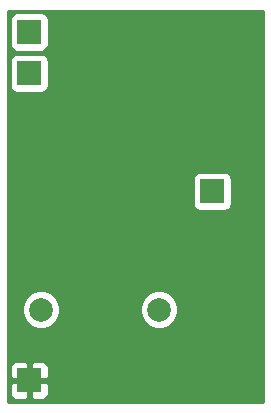
<source format=gbr>
G04 #@! TF.FileFunction,Copper,L2,Bot,Signal*
%FSLAX46Y46*%
G04 Gerber Fmt 4.6, Leading zero omitted, Abs format (unit mm)*
G04 Created by KiCad (PCBNEW 4.0.2-4+6225~38~ubuntu14.04.1-stable) date Fri 29 Apr 2016 12:46:25 PM PDT*
%MOMM*%
G01*
G04 APERTURE LIST*
%ADD10C,0.100000*%
%ADD11R,2.032000X2.032000*%
%ADD12C,2.000000*%
%ADD13C,0.600000*%
%ADD14C,0.250000*%
G04 APERTURE END LIST*
D10*
D11*
X131000000Y-101500000D03*
X146500000Y-111500000D03*
X131000000Y-98000000D03*
X131000000Y-127500000D03*
D12*
X142000000Y-121500000D03*
X132000000Y-121500000D03*
D13*
X139000000Y-119500000D03*
X150000000Y-128500000D03*
X143500000Y-105000000D03*
X135000000Y-97000000D03*
X150000000Y-97000000D03*
X137500000Y-102000000D03*
X144500000Y-101000000D03*
X139000000Y-108500000D03*
X143000000Y-107500000D03*
X133500000Y-117500000D03*
X132000000Y-125000000D03*
X130000000Y-125000000D03*
X131000000Y-125000000D03*
D14*
X139000000Y-128500000D02*
X139000000Y-119500000D01*
X150000000Y-105000000D02*
X150000000Y-128500000D01*
X135500000Y-127500000D02*
X136500000Y-128500000D01*
X136500000Y-128500000D02*
X139000000Y-128500000D01*
X139000000Y-128500000D02*
X150000000Y-128500000D01*
X135500000Y-127500000D02*
X131000000Y-127500000D01*
X150000000Y-105000000D02*
X143500000Y-105000000D01*
X135000000Y-97000000D02*
X135000000Y-99500000D01*
X150000000Y-97000000D02*
X150000000Y-105000000D01*
X135000000Y-97000000D02*
X150000000Y-97000000D01*
X135000000Y-99500000D02*
X137500000Y-102000000D01*
G36*
X150800000Y-129300000D02*
X129200000Y-129300000D01*
X129200000Y-127781250D01*
X129359000Y-127781250D01*
X129359000Y-128640320D01*
X129454151Y-128870034D01*
X129629966Y-129045850D01*
X129859680Y-129141000D01*
X130718750Y-129141000D01*
X130875000Y-128984750D01*
X130875000Y-127625000D01*
X131125000Y-127625000D01*
X131125000Y-128984750D01*
X131281250Y-129141000D01*
X132140320Y-129141000D01*
X132370034Y-129045850D01*
X132545849Y-128870034D01*
X132641000Y-128640320D01*
X132641000Y-127781250D01*
X132484750Y-127625000D01*
X131125000Y-127625000D01*
X130875000Y-127625000D01*
X129515250Y-127625000D01*
X129359000Y-127781250D01*
X129200000Y-127781250D01*
X129200000Y-126359680D01*
X129359000Y-126359680D01*
X129359000Y-127218750D01*
X129515250Y-127375000D01*
X130875000Y-127375000D01*
X130875000Y-126015250D01*
X131125000Y-126015250D01*
X131125000Y-127375000D01*
X132484750Y-127375000D01*
X132641000Y-127218750D01*
X132641000Y-126359680D01*
X132545849Y-126129966D01*
X132370034Y-125954150D01*
X132140320Y-125859000D01*
X131281250Y-125859000D01*
X131125000Y-126015250D01*
X130875000Y-126015250D01*
X130718750Y-125859000D01*
X129859680Y-125859000D01*
X129629966Y-125954150D01*
X129454151Y-126129966D01*
X129359000Y-126359680D01*
X129200000Y-126359680D01*
X129200000Y-121821814D01*
X130374718Y-121821814D01*
X130621588Y-122419286D01*
X131078309Y-122876805D01*
X131675349Y-123124718D01*
X132321814Y-123125282D01*
X132919286Y-122878412D01*
X133376805Y-122421691D01*
X133624718Y-121824651D01*
X133624720Y-121821814D01*
X140374718Y-121821814D01*
X140621588Y-122419286D01*
X141078309Y-122876805D01*
X141675349Y-123124718D01*
X142321814Y-123125282D01*
X142919286Y-122878412D01*
X143376805Y-122421691D01*
X143624718Y-121824651D01*
X143625282Y-121178186D01*
X143378412Y-120580714D01*
X142921691Y-120123195D01*
X142324651Y-119875282D01*
X141678186Y-119874718D01*
X141080714Y-120121588D01*
X140623195Y-120578309D01*
X140375282Y-121175349D01*
X140374718Y-121821814D01*
X133624720Y-121821814D01*
X133625282Y-121178186D01*
X133378412Y-120580714D01*
X132921691Y-120123195D01*
X132324651Y-119875282D01*
X131678186Y-119874718D01*
X131080714Y-120121588D01*
X130623195Y-120578309D01*
X130375282Y-121175349D01*
X130374718Y-121821814D01*
X129200000Y-121821814D01*
X129200000Y-110484000D01*
X144846756Y-110484000D01*
X144846756Y-112516000D01*
X144890337Y-112747611D01*
X145027219Y-112960332D01*
X145236076Y-113103038D01*
X145484000Y-113153244D01*
X147516000Y-113153244D01*
X147747611Y-113109663D01*
X147960332Y-112972781D01*
X148103038Y-112763924D01*
X148153244Y-112516000D01*
X148153244Y-110484000D01*
X148109663Y-110252389D01*
X147972781Y-110039668D01*
X147763924Y-109896962D01*
X147516000Y-109846756D01*
X145484000Y-109846756D01*
X145252389Y-109890337D01*
X145039668Y-110027219D01*
X144896962Y-110236076D01*
X144846756Y-110484000D01*
X129200000Y-110484000D01*
X129200000Y-100484000D01*
X129346756Y-100484000D01*
X129346756Y-102516000D01*
X129390337Y-102747611D01*
X129527219Y-102960332D01*
X129736076Y-103103038D01*
X129984000Y-103153244D01*
X132016000Y-103153244D01*
X132247611Y-103109663D01*
X132460332Y-102972781D01*
X132603038Y-102763924D01*
X132653244Y-102516000D01*
X132653244Y-100484000D01*
X132609663Y-100252389D01*
X132472781Y-100039668D01*
X132263924Y-99896962D01*
X132016000Y-99846756D01*
X129984000Y-99846756D01*
X129752389Y-99890337D01*
X129539668Y-100027219D01*
X129396962Y-100236076D01*
X129346756Y-100484000D01*
X129200000Y-100484000D01*
X129200000Y-96984000D01*
X129346756Y-96984000D01*
X129346756Y-99016000D01*
X129390337Y-99247611D01*
X129527219Y-99460332D01*
X129736076Y-99603038D01*
X129984000Y-99653244D01*
X132016000Y-99653244D01*
X132247611Y-99609663D01*
X132460332Y-99472781D01*
X132603038Y-99263924D01*
X132653244Y-99016000D01*
X132653244Y-96984000D01*
X132609663Y-96752389D01*
X132472781Y-96539668D01*
X132263924Y-96396962D01*
X132016000Y-96346756D01*
X129984000Y-96346756D01*
X129752389Y-96390337D01*
X129539668Y-96527219D01*
X129396962Y-96736076D01*
X129346756Y-96984000D01*
X129200000Y-96984000D01*
X129200000Y-96200000D01*
X150800000Y-96200000D01*
X150800000Y-129300000D01*
X150800000Y-129300000D01*
G37*
X150800000Y-129300000D02*
X129200000Y-129300000D01*
X129200000Y-127781250D01*
X129359000Y-127781250D01*
X129359000Y-128640320D01*
X129454151Y-128870034D01*
X129629966Y-129045850D01*
X129859680Y-129141000D01*
X130718750Y-129141000D01*
X130875000Y-128984750D01*
X130875000Y-127625000D01*
X131125000Y-127625000D01*
X131125000Y-128984750D01*
X131281250Y-129141000D01*
X132140320Y-129141000D01*
X132370034Y-129045850D01*
X132545849Y-128870034D01*
X132641000Y-128640320D01*
X132641000Y-127781250D01*
X132484750Y-127625000D01*
X131125000Y-127625000D01*
X130875000Y-127625000D01*
X129515250Y-127625000D01*
X129359000Y-127781250D01*
X129200000Y-127781250D01*
X129200000Y-126359680D01*
X129359000Y-126359680D01*
X129359000Y-127218750D01*
X129515250Y-127375000D01*
X130875000Y-127375000D01*
X130875000Y-126015250D01*
X131125000Y-126015250D01*
X131125000Y-127375000D01*
X132484750Y-127375000D01*
X132641000Y-127218750D01*
X132641000Y-126359680D01*
X132545849Y-126129966D01*
X132370034Y-125954150D01*
X132140320Y-125859000D01*
X131281250Y-125859000D01*
X131125000Y-126015250D01*
X130875000Y-126015250D01*
X130718750Y-125859000D01*
X129859680Y-125859000D01*
X129629966Y-125954150D01*
X129454151Y-126129966D01*
X129359000Y-126359680D01*
X129200000Y-126359680D01*
X129200000Y-121821814D01*
X130374718Y-121821814D01*
X130621588Y-122419286D01*
X131078309Y-122876805D01*
X131675349Y-123124718D01*
X132321814Y-123125282D01*
X132919286Y-122878412D01*
X133376805Y-122421691D01*
X133624718Y-121824651D01*
X133624720Y-121821814D01*
X140374718Y-121821814D01*
X140621588Y-122419286D01*
X141078309Y-122876805D01*
X141675349Y-123124718D01*
X142321814Y-123125282D01*
X142919286Y-122878412D01*
X143376805Y-122421691D01*
X143624718Y-121824651D01*
X143625282Y-121178186D01*
X143378412Y-120580714D01*
X142921691Y-120123195D01*
X142324651Y-119875282D01*
X141678186Y-119874718D01*
X141080714Y-120121588D01*
X140623195Y-120578309D01*
X140375282Y-121175349D01*
X140374718Y-121821814D01*
X133624720Y-121821814D01*
X133625282Y-121178186D01*
X133378412Y-120580714D01*
X132921691Y-120123195D01*
X132324651Y-119875282D01*
X131678186Y-119874718D01*
X131080714Y-120121588D01*
X130623195Y-120578309D01*
X130375282Y-121175349D01*
X130374718Y-121821814D01*
X129200000Y-121821814D01*
X129200000Y-110484000D01*
X144846756Y-110484000D01*
X144846756Y-112516000D01*
X144890337Y-112747611D01*
X145027219Y-112960332D01*
X145236076Y-113103038D01*
X145484000Y-113153244D01*
X147516000Y-113153244D01*
X147747611Y-113109663D01*
X147960332Y-112972781D01*
X148103038Y-112763924D01*
X148153244Y-112516000D01*
X148153244Y-110484000D01*
X148109663Y-110252389D01*
X147972781Y-110039668D01*
X147763924Y-109896962D01*
X147516000Y-109846756D01*
X145484000Y-109846756D01*
X145252389Y-109890337D01*
X145039668Y-110027219D01*
X144896962Y-110236076D01*
X144846756Y-110484000D01*
X129200000Y-110484000D01*
X129200000Y-100484000D01*
X129346756Y-100484000D01*
X129346756Y-102516000D01*
X129390337Y-102747611D01*
X129527219Y-102960332D01*
X129736076Y-103103038D01*
X129984000Y-103153244D01*
X132016000Y-103153244D01*
X132247611Y-103109663D01*
X132460332Y-102972781D01*
X132603038Y-102763924D01*
X132653244Y-102516000D01*
X132653244Y-100484000D01*
X132609663Y-100252389D01*
X132472781Y-100039668D01*
X132263924Y-99896962D01*
X132016000Y-99846756D01*
X129984000Y-99846756D01*
X129752389Y-99890337D01*
X129539668Y-100027219D01*
X129396962Y-100236076D01*
X129346756Y-100484000D01*
X129200000Y-100484000D01*
X129200000Y-96984000D01*
X129346756Y-96984000D01*
X129346756Y-99016000D01*
X129390337Y-99247611D01*
X129527219Y-99460332D01*
X129736076Y-99603038D01*
X129984000Y-99653244D01*
X132016000Y-99653244D01*
X132247611Y-99609663D01*
X132460332Y-99472781D01*
X132603038Y-99263924D01*
X132653244Y-99016000D01*
X132653244Y-96984000D01*
X132609663Y-96752389D01*
X132472781Y-96539668D01*
X132263924Y-96396962D01*
X132016000Y-96346756D01*
X129984000Y-96346756D01*
X129752389Y-96390337D01*
X129539668Y-96527219D01*
X129396962Y-96736076D01*
X129346756Y-96984000D01*
X129200000Y-96984000D01*
X129200000Y-96200000D01*
X150800000Y-96200000D01*
X150800000Y-129300000D01*
M02*

</source>
